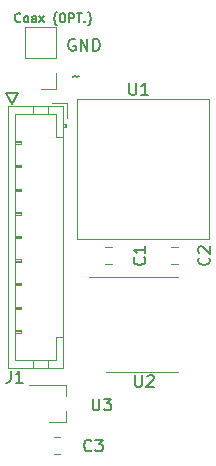
<source format=gto>
G04 #@! TF.GenerationSoftware,KiCad,Pcbnew,(6.0.1)*
G04 #@! TF.CreationDate,2022-07-05T00:42:15-07:00*
G04 #@! TF.ProjectId,mu100-dit,6d753130-302d-4646-9974-2e6b69636164,rev?*
G04 #@! TF.SameCoordinates,PX4a25ef0PY4c3f880*
G04 #@! TF.FileFunction,Legend,Top*
G04 #@! TF.FilePolarity,Positive*
%FSLAX46Y46*%
G04 Gerber Fmt 4.6, Leading zero omitted, Abs format (unit mm)*
G04 Created by KiCad (PCBNEW (6.0.1)) date 2022-07-05 00:42:15*
%MOMM*%
%LPD*%
G01*
G04 APERTURE LIST*
%ADD10C,0.150000*%
%ADD11C,0.120000*%
%ADD12C,0.050000*%
G04 APERTURE END LIST*
D10*
X1270000Y-7455000D02*
X750000Y-8385000D01*
X1270000Y-7455000D02*
X230000Y-7455000D01*
X230000Y-7460000D02*
X750000Y-8390000D01*
X6070095Y-2898000D02*
X5974857Y-2850380D01*
X5832000Y-2850380D01*
X5689142Y-2898000D01*
X5593904Y-2993238D01*
X5546285Y-3088476D01*
X5498666Y-3278952D01*
X5498666Y-3421809D01*
X5546285Y-3612285D01*
X5593904Y-3707523D01*
X5689142Y-3802761D01*
X5832000Y-3850380D01*
X5927238Y-3850380D01*
X6070095Y-3802761D01*
X6117714Y-3755142D01*
X6117714Y-3421809D01*
X5927238Y-3421809D01*
X6546285Y-3850380D02*
X6546285Y-2850380D01*
X7117714Y-3850380D01*
X7117714Y-2850380D01*
X7593904Y-3850380D02*
X7593904Y-2850380D01*
X7832000Y-2850380D01*
X7974857Y-2898000D01*
X8070095Y-2993238D01*
X8117714Y-3088476D01*
X8165333Y-3278952D01*
X8165333Y-3421809D01*
X8117714Y-3612285D01*
X8070095Y-3707523D01*
X7974857Y-3802761D01*
X7832000Y-3850380D01*
X7593904Y-3850380D01*
X1442142Y-1347857D02*
X1406428Y-1383571D01*
X1299285Y-1419285D01*
X1227857Y-1419285D01*
X1120714Y-1383571D01*
X1049285Y-1312142D01*
X1013571Y-1240714D01*
X977857Y-1097857D01*
X977857Y-990714D01*
X1013571Y-847857D01*
X1049285Y-776428D01*
X1120714Y-705000D01*
X1227857Y-669285D01*
X1299285Y-669285D01*
X1406428Y-705000D01*
X1442142Y-740714D01*
X1870714Y-1419285D02*
X1799285Y-1383571D01*
X1763571Y-1347857D01*
X1727857Y-1276428D01*
X1727857Y-1062142D01*
X1763571Y-990714D01*
X1799285Y-955000D01*
X1870714Y-919285D01*
X1977857Y-919285D01*
X2049285Y-955000D01*
X2085000Y-990714D01*
X2120714Y-1062142D01*
X2120714Y-1276428D01*
X2085000Y-1347857D01*
X2049285Y-1383571D01*
X1977857Y-1419285D01*
X1870714Y-1419285D01*
X2763571Y-1419285D02*
X2763571Y-1026428D01*
X2727857Y-955000D01*
X2656428Y-919285D01*
X2513571Y-919285D01*
X2442142Y-955000D01*
X2763571Y-1383571D02*
X2692142Y-1419285D01*
X2513571Y-1419285D01*
X2442142Y-1383571D01*
X2406428Y-1312142D01*
X2406428Y-1240714D01*
X2442142Y-1169285D01*
X2513571Y-1133571D01*
X2692142Y-1133571D01*
X2763571Y-1097857D01*
X3049285Y-1419285D02*
X3442142Y-919285D01*
X3049285Y-919285D02*
X3442142Y-1419285D01*
X4513571Y-1705000D02*
X4477857Y-1669285D01*
X4406428Y-1562142D01*
X4370714Y-1490714D01*
X4335000Y-1383571D01*
X4299285Y-1205000D01*
X4299285Y-1062142D01*
X4335000Y-883571D01*
X4370714Y-776428D01*
X4406428Y-705000D01*
X4477857Y-597857D01*
X4513571Y-562142D01*
X4942142Y-669285D02*
X5085000Y-669285D01*
X5156428Y-705000D01*
X5227857Y-776428D01*
X5263571Y-919285D01*
X5263571Y-1169285D01*
X5227857Y-1312142D01*
X5156428Y-1383571D01*
X5085000Y-1419285D01*
X4942142Y-1419285D01*
X4870714Y-1383571D01*
X4799285Y-1312142D01*
X4763571Y-1169285D01*
X4763571Y-919285D01*
X4799285Y-776428D01*
X4870714Y-705000D01*
X4942142Y-669285D01*
X5585000Y-1419285D02*
X5585000Y-669285D01*
X5870714Y-669285D01*
X5942142Y-705000D01*
X5977857Y-740714D01*
X6013571Y-812142D01*
X6013571Y-919285D01*
X5977857Y-990714D01*
X5942142Y-1026428D01*
X5870714Y-1062142D01*
X5585000Y-1062142D01*
X6227857Y-669285D02*
X6656428Y-669285D01*
X6442142Y-1419285D02*
X6442142Y-669285D01*
X6906428Y-1347857D02*
X6942142Y-1383571D01*
X6906428Y-1419285D01*
X6870714Y-1383571D01*
X6906428Y-1347857D01*
X6906428Y-1419285D01*
X7192142Y-1705000D02*
X7227857Y-1669285D01*
X7299285Y-1562142D01*
X7335000Y-1490714D01*
X7370714Y-1383571D01*
X7406428Y-1205000D01*
X7406428Y-1062142D01*
X7370714Y-883571D01*
X7335000Y-776428D01*
X7299285Y-705000D01*
X7227857Y-597857D01*
X7192142Y-562142D01*
X5911047Y-6069428D02*
X5958666Y-6021809D01*
X6053904Y-5974190D01*
X6244380Y-6069428D01*
X6339619Y-6021809D01*
X6387238Y-5974190D01*
X7463333Y-37682142D02*
X7415714Y-37729761D01*
X7272857Y-37777380D01*
X7177619Y-37777380D01*
X7034761Y-37729761D01*
X6939523Y-37634523D01*
X6891904Y-37539285D01*
X6844285Y-37348809D01*
X6844285Y-37205952D01*
X6891904Y-37015476D01*
X6939523Y-36920238D01*
X7034761Y-36825000D01*
X7177619Y-36777380D01*
X7272857Y-36777380D01*
X7415714Y-36825000D01*
X7463333Y-36872619D01*
X7796666Y-36777380D02*
X8415714Y-36777380D01*
X8082380Y-37158333D01*
X8225238Y-37158333D01*
X8320476Y-37205952D01*
X8368095Y-37253571D01*
X8415714Y-37348809D01*
X8415714Y-37586904D01*
X8368095Y-37682142D01*
X8320476Y-37729761D01*
X8225238Y-37777380D01*
X7939523Y-37777380D01*
X7844285Y-37729761D01*
X7796666Y-37682142D01*
X626666Y-30942380D02*
X626666Y-31656666D01*
X579047Y-31799523D01*
X483809Y-31894761D01*
X340952Y-31942380D01*
X245714Y-31942380D01*
X1626666Y-31942380D02*
X1055238Y-31942380D01*
X1340952Y-31942380D02*
X1340952Y-30942380D01*
X1245714Y-31085238D01*
X1150476Y-31180476D01*
X1055238Y-31228095D01*
X11168095Y-31302380D02*
X11168095Y-32111904D01*
X11215714Y-32207142D01*
X11263333Y-32254761D01*
X11358571Y-32302380D01*
X11549047Y-32302380D01*
X11644285Y-32254761D01*
X11691904Y-32207142D01*
X11739523Y-32111904D01*
X11739523Y-31302380D01*
X12168095Y-31397619D02*
X12215714Y-31350000D01*
X12310952Y-31302380D01*
X12549047Y-31302380D01*
X12644285Y-31350000D01*
X12691904Y-31397619D01*
X12739523Y-31492857D01*
X12739523Y-31588095D01*
X12691904Y-31730952D01*
X12120476Y-32302380D01*
X12739523Y-32302380D01*
X10668095Y-6582380D02*
X10668095Y-7391904D01*
X10715714Y-7487142D01*
X10763333Y-7534761D01*
X10858571Y-7582380D01*
X11049047Y-7582380D01*
X11144285Y-7534761D01*
X11191904Y-7487142D01*
X11239523Y-7391904D01*
X11239523Y-6582380D01*
X12239523Y-7582380D02*
X11668095Y-7582380D01*
X11953809Y-7582380D02*
X11953809Y-6582380D01*
X11858571Y-6725238D01*
X11763333Y-6820476D01*
X11668095Y-6868095D01*
X17387142Y-21366666D02*
X17434761Y-21414285D01*
X17482380Y-21557142D01*
X17482380Y-21652380D01*
X17434761Y-21795238D01*
X17339523Y-21890476D01*
X17244285Y-21938095D01*
X17053809Y-21985714D01*
X16910952Y-21985714D01*
X16720476Y-21938095D01*
X16625238Y-21890476D01*
X16530000Y-21795238D01*
X16482380Y-21652380D01*
X16482380Y-21557142D01*
X16530000Y-21414285D01*
X16577619Y-21366666D01*
X16577619Y-20985714D02*
X16530000Y-20938095D01*
X16482380Y-20842857D01*
X16482380Y-20604761D01*
X16530000Y-20509523D01*
X16577619Y-20461904D01*
X16672857Y-20414285D01*
X16768095Y-20414285D01*
X16910952Y-20461904D01*
X17482380Y-21033333D01*
X17482380Y-20414285D01*
X7568095Y-33302380D02*
X7568095Y-34111904D01*
X7615714Y-34207142D01*
X7663333Y-34254761D01*
X7758571Y-34302380D01*
X7949047Y-34302380D01*
X8044285Y-34254761D01*
X8091904Y-34207142D01*
X8139523Y-34111904D01*
X8139523Y-33302380D01*
X8520476Y-33302380D02*
X9139523Y-33302380D01*
X8806190Y-33683333D01*
X8949047Y-33683333D01*
X9044285Y-33730952D01*
X9091904Y-33778571D01*
X9139523Y-33873809D01*
X9139523Y-34111904D01*
X9091904Y-34207142D01*
X9044285Y-34254761D01*
X8949047Y-34302380D01*
X8663333Y-34302380D01*
X8568095Y-34254761D01*
X8520476Y-34207142D01*
X11937142Y-21354666D02*
X11984761Y-21402285D01*
X12032380Y-21545142D01*
X12032380Y-21640380D01*
X11984761Y-21783238D01*
X11889523Y-21878476D01*
X11794285Y-21926095D01*
X11603809Y-21973714D01*
X11460952Y-21973714D01*
X11270476Y-21926095D01*
X11175238Y-21878476D01*
X11080000Y-21783238D01*
X11032380Y-21640380D01*
X11032380Y-21545142D01*
X11080000Y-21402285D01*
X11127619Y-21354666D01*
X12032380Y-20402285D02*
X12032380Y-20973714D01*
X12032380Y-20688000D02*
X11032380Y-20688000D01*
X11175238Y-20783238D01*
X11270476Y-20878476D01*
X11318095Y-20973714D01*
D11*
X4318748Y-36540000D02*
X4841252Y-36540000D01*
X4318748Y-38010000D02*
X4841252Y-38010000D01*
X1480000Y-27720000D02*
X980000Y-27720000D01*
X980000Y-13520000D02*
X1480000Y-13520000D01*
X980000Y-27620000D02*
X1480000Y-27620000D01*
X980000Y-21520000D02*
X1480000Y-21520000D01*
X2480000Y-30680000D02*
X2480000Y-30070000D01*
X5090000Y-11120000D02*
X4480000Y-11120000D01*
X980000Y-17520000D02*
X1480000Y-17520000D01*
X1480000Y-17520000D02*
X1480000Y-17720000D01*
X1480000Y-21520000D02*
X1480000Y-21720000D01*
X980000Y-27520000D02*
X1480000Y-27520000D01*
X1480000Y-13720000D02*
X980000Y-13720000D01*
X1480000Y-23520000D02*
X1480000Y-23720000D01*
X980000Y-25520000D02*
X1480000Y-25520000D01*
X980000Y-11620000D02*
X1480000Y-11620000D01*
X1480000Y-17720000D02*
X980000Y-17720000D01*
X1480000Y-27520000D02*
X1480000Y-27720000D01*
X980000Y-21620000D02*
X1480000Y-21620000D01*
X370000Y-30680000D02*
X5090000Y-30680000D01*
X5090000Y-8560000D02*
X370000Y-8560000D01*
X370000Y-8560000D02*
X370000Y-30680000D01*
X1480000Y-11720000D02*
X980000Y-11720000D01*
X5390000Y-8260000D02*
X4140000Y-8260000D01*
X3780000Y-8560000D02*
X3780000Y-9170000D01*
X980000Y-15620000D02*
X1480000Y-15620000D01*
X1480000Y-21720000D02*
X980000Y-21720000D01*
X1480000Y-25720000D02*
X980000Y-25720000D01*
X980000Y-19620000D02*
X1480000Y-19620000D01*
X980000Y-13620000D02*
X1480000Y-13620000D01*
X980000Y-25620000D02*
X1480000Y-25620000D01*
X1480000Y-19520000D02*
X1480000Y-19720000D01*
X980000Y-11520000D02*
X1480000Y-11520000D01*
X1480000Y-25520000D02*
X1480000Y-25720000D01*
X980000Y-9170000D02*
X980000Y-30070000D01*
X1480000Y-15520000D02*
X1480000Y-15720000D01*
X1480000Y-11520000D02*
X1480000Y-11720000D01*
X980000Y-15520000D02*
X1480000Y-15520000D01*
X4480000Y-11120000D02*
X4480000Y-9170000D01*
X1480000Y-23720000D02*
X980000Y-23720000D01*
X5390000Y-9510000D02*
X5390000Y-8260000D01*
X5290000Y-10320000D02*
X5290000Y-10020000D01*
X2480000Y-8560000D02*
X2480000Y-9170000D01*
X980000Y-23520000D02*
X1480000Y-23520000D01*
X3780000Y-30680000D02*
X3780000Y-30070000D01*
X980000Y-30070000D02*
X4480000Y-30070000D01*
X4480000Y-9170000D02*
X980000Y-9170000D01*
X1480000Y-19720000D02*
X980000Y-19720000D01*
X1480000Y-13520000D02*
X1480000Y-13720000D01*
X980000Y-19520000D02*
X1480000Y-19520000D01*
X5190000Y-10320000D02*
X5190000Y-10020000D01*
X5090000Y-30680000D02*
X5090000Y-8560000D01*
X4480000Y-28120000D02*
X5090000Y-28120000D01*
X1480000Y-15720000D02*
X980000Y-15720000D01*
X980000Y-23620000D02*
X1480000Y-23620000D01*
X980000Y-17620000D02*
X1480000Y-17620000D01*
X5090000Y-10320000D02*
X5290000Y-10320000D01*
X4480000Y-30070000D02*
X4480000Y-28120000D01*
X5290000Y-10020000D02*
X5090000Y-10020000D01*
X11702000Y-31071427D02*
X8652000Y-31071427D01*
X11702000Y-31071427D02*
X14752000Y-31071427D01*
X11702000Y-23001427D02*
X14752000Y-23001427D01*
X11702000Y-23001427D02*
X7252000Y-23001427D01*
D12*
X17380000Y-7950000D02*
X6280000Y-7950000D01*
X6280000Y-7950000D02*
X6280000Y-19750000D01*
X6280000Y-19750000D02*
X17380000Y-19750000D01*
X17380000Y-19750000D02*
X17380000Y-7950000D01*
D11*
X14234748Y-20453000D02*
X14757252Y-20453000D01*
X14234748Y-21923000D02*
X14757252Y-21923000D01*
X5340000Y-35280000D02*
X3880000Y-35280000D01*
X5340000Y-35280000D02*
X5340000Y-34350000D01*
X5340000Y-32120000D02*
X5340000Y-33050000D01*
X5340000Y-32120000D02*
X2180000Y-32120000D01*
X9169252Y-21923000D02*
X8646748Y-21923000D01*
X9169252Y-20453000D02*
X8646748Y-20453000D01*
X4490000Y-1853000D02*
X1830000Y-1853000D01*
X4490000Y-5723000D02*
X4490000Y-7053000D01*
X1830000Y-4453000D02*
X1830000Y-1853000D01*
X4490000Y-7053000D02*
X3160000Y-7053000D01*
X4490000Y-4453000D02*
X4490000Y-1853000D01*
X4490000Y-4453000D02*
X1830000Y-4453000D01*
M02*

</source>
